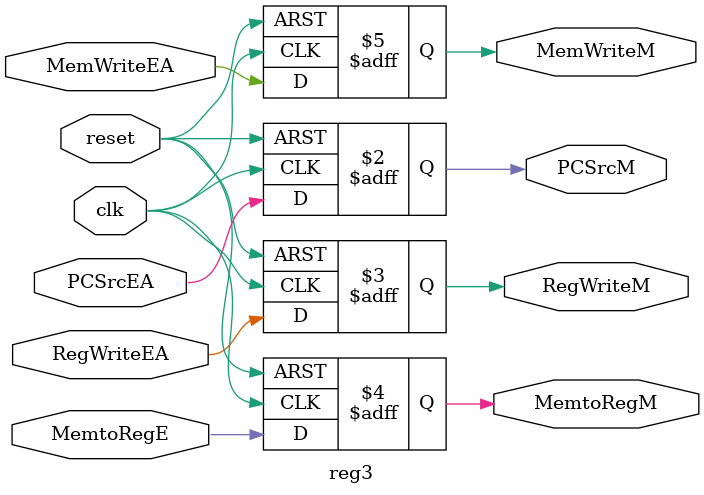
<source format=v>
module reg3(
    input wire clk, reset,

    input wire PCSrcEA, RegWriteEA, MemtoRegE, MemWriteEA,

    output reg PCSrcM, RegWriteM, MemtoRegM, MemWriteM
);
    always @(posedge clk, posedge reset) begin
        if (reset) begin
            PCSrcM <= 0;
            RegWriteM <= 0;
            MemtoRegM <= 0;
            MemWriteM <= 0;
        end
        else begin
            PCSrcM <= PCSrcEA;
            RegWriteM <= RegWriteEA;
            MemtoRegM <= MemtoRegE;
            MemWriteM <= MemWriteEA;
        end
    end
endmodule

</source>
